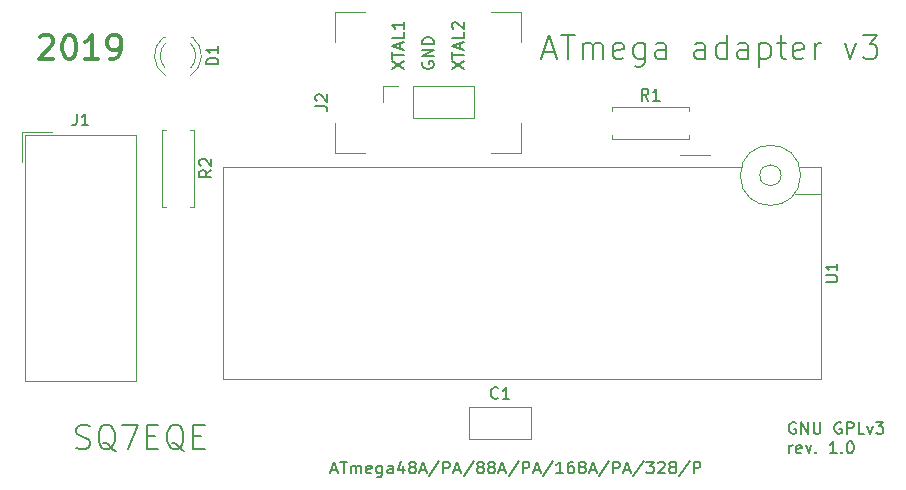
<source format=gbr>
G04 #@! TF.GenerationSoftware,KiCad,Pcbnew,5.1.4-3.fc30*
G04 #@! TF.CreationDate,2019-09-27T12:27:46+02:00*
G04 #@! TF.ProjectId,atmega_prog_adapter_v3,61746d65-6761-45f7-9072-6f675f616461,1.0*
G04 #@! TF.SameCoordinates,Original*
G04 #@! TF.FileFunction,Legend,Top*
G04 #@! TF.FilePolarity,Positive*
%FSLAX46Y46*%
G04 Gerber Fmt 4.6, Leading zero omitted, Abs format (unit mm)*
G04 Created by KiCad (PCBNEW 5.1.4-3.fc30) date 2019-09-27 12:27:46*
%MOMM*%
%LPD*%
G04 APERTURE LIST*
%ADD10C,0.150000*%
%ADD11C,0.300000*%
%ADD12C,0.200000*%
%ADD13C,0.120000*%
G04 APERTURE END LIST*
D10*
X124112976Y-123356666D02*
X124589166Y-123356666D01*
X124017738Y-123642380D02*
X124351071Y-122642380D01*
X124684404Y-123642380D01*
X124874880Y-122642380D02*
X125446309Y-122642380D01*
X125160595Y-123642380D02*
X125160595Y-122642380D01*
X125779642Y-123642380D02*
X125779642Y-122975714D01*
X125779642Y-123070952D02*
X125827261Y-123023333D01*
X125922500Y-122975714D01*
X126065357Y-122975714D01*
X126160595Y-123023333D01*
X126208214Y-123118571D01*
X126208214Y-123642380D01*
X126208214Y-123118571D02*
X126255833Y-123023333D01*
X126351071Y-122975714D01*
X126493928Y-122975714D01*
X126589166Y-123023333D01*
X126636785Y-123118571D01*
X126636785Y-123642380D01*
X127493928Y-123594761D02*
X127398690Y-123642380D01*
X127208214Y-123642380D01*
X127112976Y-123594761D01*
X127065357Y-123499523D01*
X127065357Y-123118571D01*
X127112976Y-123023333D01*
X127208214Y-122975714D01*
X127398690Y-122975714D01*
X127493928Y-123023333D01*
X127541547Y-123118571D01*
X127541547Y-123213809D01*
X127065357Y-123309047D01*
X128398690Y-122975714D02*
X128398690Y-123785238D01*
X128351071Y-123880476D01*
X128303452Y-123928095D01*
X128208214Y-123975714D01*
X128065357Y-123975714D01*
X127970119Y-123928095D01*
X128398690Y-123594761D02*
X128303452Y-123642380D01*
X128112976Y-123642380D01*
X128017738Y-123594761D01*
X127970119Y-123547142D01*
X127922500Y-123451904D01*
X127922500Y-123166190D01*
X127970119Y-123070952D01*
X128017738Y-123023333D01*
X128112976Y-122975714D01*
X128303452Y-122975714D01*
X128398690Y-123023333D01*
X129303452Y-123642380D02*
X129303452Y-123118571D01*
X129255833Y-123023333D01*
X129160595Y-122975714D01*
X128970119Y-122975714D01*
X128874880Y-123023333D01*
X129303452Y-123594761D02*
X129208214Y-123642380D01*
X128970119Y-123642380D01*
X128874880Y-123594761D01*
X128827261Y-123499523D01*
X128827261Y-123404285D01*
X128874880Y-123309047D01*
X128970119Y-123261428D01*
X129208214Y-123261428D01*
X129303452Y-123213809D01*
X130208214Y-122975714D02*
X130208214Y-123642380D01*
X129970119Y-122594761D02*
X129732023Y-123309047D01*
X130351071Y-123309047D01*
X130874880Y-123070952D02*
X130779642Y-123023333D01*
X130732023Y-122975714D01*
X130684404Y-122880476D01*
X130684404Y-122832857D01*
X130732023Y-122737619D01*
X130779642Y-122690000D01*
X130874880Y-122642380D01*
X131065357Y-122642380D01*
X131160595Y-122690000D01*
X131208214Y-122737619D01*
X131255833Y-122832857D01*
X131255833Y-122880476D01*
X131208214Y-122975714D01*
X131160595Y-123023333D01*
X131065357Y-123070952D01*
X130874880Y-123070952D01*
X130779642Y-123118571D01*
X130732023Y-123166190D01*
X130684404Y-123261428D01*
X130684404Y-123451904D01*
X130732023Y-123547142D01*
X130779642Y-123594761D01*
X130874880Y-123642380D01*
X131065357Y-123642380D01*
X131160595Y-123594761D01*
X131208214Y-123547142D01*
X131255833Y-123451904D01*
X131255833Y-123261428D01*
X131208214Y-123166190D01*
X131160595Y-123118571D01*
X131065357Y-123070952D01*
X131636785Y-123356666D02*
X132112976Y-123356666D01*
X131541547Y-123642380D02*
X131874880Y-122642380D01*
X132208214Y-123642380D01*
X133255833Y-122594761D02*
X132398690Y-123880476D01*
X133589166Y-123642380D02*
X133589166Y-122642380D01*
X133970119Y-122642380D01*
X134065357Y-122690000D01*
X134112976Y-122737619D01*
X134160595Y-122832857D01*
X134160595Y-122975714D01*
X134112976Y-123070952D01*
X134065357Y-123118571D01*
X133970119Y-123166190D01*
X133589166Y-123166190D01*
X134541547Y-123356666D02*
X135017738Y-123356666D01*
X134446309Y-123642380D02*
X134779642Y-122642380D01*
X135112976Y-123642380D01*
X136160595Y-122594761D02*
X135303452Y-123880476D01*
X136636785Y-123070952D02*
X136541547Y-123023333D01*
X136493928Y-122975714D01*
X136446309Y-122880476D01*
X136446309Y-122832857D01*
X136493928Y-122737619D01*
X136541547Y-122690000D01*
X136636785Y-122642380D01*
X136827261Y-122642380D01*
X136922500Y-122690000D01*
X136970119Y-122737619D01*
X137017738Y-122832857D01*
X137017738Y-122880476D01*
X136970119Y-122975714D01*
X136922500Y-123023333D01*
X136827261Y-123070952D01*
X136636785Y-123070952D01*
X136541547Y-123118571D01*
X136493928Y-123166190D01*
X136446309Y-123261428D01*
X136446309Y-123451904D01*
X136493928Y-123547142D01*
X136541547Y-123594761D01*
X136636785Y-123642380D01*
X136827261Y-123642380D01*
X136922500Y-123594761D01*
X136970119Y-123547142D01*
X137017738Y-123451904D01*
X137017738Y-123261428D01*
X136970119Y-123166190D01*
X136922500Y-123118571D01*
X136827261Y-123070952D01*
X137589166Y-123070952D02*
X137493928Y-123023333D01*
X137446309Y-122975714D01*
X137398690Y-122880476D01*
X137398690Y-122832857D01*
X137446309Y-122737619D01*
X137493928Y-122690000D01*
X137589166Y-122642380D01*
X137779642Y-122642380D01*
X137874880Y-122690000D01*
X137922500Y-122737619D01*
X137970119Y-122832857D01*
X137970119Y-122880476D01*
X137922500Y-122975714D01*
X137874880Y-123023333D01*
X137779642Y-123070952D01*
X137589166Y-123070952D01*
X137493928Y-123118571D01*
X137446309Y-123166190D01*
X137398690Y-123261428D01*
X137398690Y-123451904D01*
X137446309Y-123547142D01*
X137493928Y-123594761D01*
X137589166Y-123642380D01*
X137779642Y-123642380D01*
X137874880Y-123594761D01*
X137922500Y-123547142D01*
X137970119Y-123451904D01*
X137970119Y-123261428D01*
X137922500Y-123166190D01*
X137874880Y-123118571D01*
X137779642Y-123070952D01*
X138351071Y-123356666D02*
X138827261Y-123356666D01*
X138255833Y-123642380D02*
X138589166Y-122642380D01*
X138922500Y-123642380D01*
X139970119Y-122594761D02*
X139112976Y-123880476D01*
X140303452Y-123642380D02*
X140303452Y-122642380D01*
X140684404Y-122642380D01*
X140779642Y-122690000D01*
X140827261Y-122737619D01*
X140874880Y-122832857D01*
X140874880Y-122975714D01*
X140827261Y-123070952D01*
X140779642Y-123118571D01*
X140684404Y-123166190D01*
X140303452Y-123166190D01*
X141255833Y-123356666D02*
X141732023Y-123356666D01*
X141160595Y-123642380D02*
X141493928Y-122642380D01*
X141827261Y-123642380D01*
X142874880Y-122594761D02*
X142017738Y-123880476D01*
X143732023Y-123642380D02*
X143160595Y-123642380D01*
X143446309Y-123642380D02*
X143446309Y-122642380D01*
X143351071Y-122785238D01*
X143255833Y-122880476D01*
X143160595Y-122928095D01*
X144589166Y-122642380D02*
X144398690Y-122642380D01*
X144303452Y-122690000D01*
X144255833Y-122737619D01*
X144160595Y-122880476D01*
X144112976Y-123070952D01*
X144112976Y-123451904D01*
X144160595Y-123547142D01*
X144208214Y-123594761D01*
X144303452Y-123642380D01*
X144493928Y-123642380D01*
X144589166Y-123594761D01*
X144636785Y-123547142D01*
X144684404Y-123451904D01*
X144684404Y-123213809D01*
X144636785Y-123118571D01*
X144589166Y-123070952D01*
X144493928Y-123023333D01*
X144303452Y-123023333D01*
X144208214Y-123070952D01*
X144160595Y-123118571D01*
X144112976Y-123213809D01*
X145255833Y-123070952D02*
X145160595Y-123023333D01*
X145112976Y-122975714D01*
X145065357Y-122880476D01*
X145065357Y-122832857D01*
X145112976Y-122737619D01*
X145160595Y-122690000D01*
X145255833Y-122642380D01*
X145446309Y-122642380D01*
X145541547Y-122690000D01*
X145589166Y-122737619D01*
X145636785Y-122832857D01*
X145636785Y-122880476D01*
X145589166Y-122975714D01*
X145541547Y-123023333D01*
X145446309Y-123070952D01*
X145255833Y-123070952D01*
X145160595Y-123118571D01*
X145112976Y-123166190D01*
X145065357Y-123261428D01*
X145065357Y-123451904D01*
X145112976Y-123547142D01*
X145160595Y-123594761D01*
X145255833Y-123642380D01*
X145446309Y-123642380D01*
X145541547Y-123594761D01*
X145589166Y-123547142D01*
X145636785Y-123451904D01*
X145636785Y-123261428D01*
X145589166Y-123166190D01*
X145541547Y-123118571D01*
X145446309Y-123070952D01*
X146017738Y-123356666D02*
X146493928Y-123356666D01*
X145922500Y-123642380D02*
X146255833Y-122642380D01*
X146589166Y-123642380D01*
X147636785Y-122594761D02*
X146779642Y-123880476D01*
X147970119Y-123642380D02*
X147970119Y-122642380D01*
X148351071Y-122642380D01*
X148446309Y-122690000D01*
X148493928Y-122737619D01*
X148541547Y-122832857D01*
X148541547Y-122975714D01*
X148493928Y-123070952D01*
X148446309Y-123118571D01*
X148351071Y-123166190D01*
X147970119Y-123166190D01*
X148922500Y-123356666D02*
X149398690Y-123356666D01*
X148827261Y-123642380D02*
X149160595Y-122642380D01*
X149493928Y-123642380D01*
X150541547Y-122594761D02*
X149684404Y-123880476D01*
X150779642Y-122642380D02*
X151398690Y-122642380D01*
X151065357Y-123023333D01*
X151208214Y-123023333D01*
X151303452Y-123070952D01*
X151351071Y-123118571D01*
X151398690Y-123213809D01*
X151398690Y-123451904D01*
X151351071Y-123547142D01*
X151303452Y-123594761D01*
X151208214Y-123642380D01*
X150922500Y-123642380D01*
X150827261Y-123594761D01*
X150779642Y-123547142D01*
X151779642Y-122737619D02*
X151827261Y-122690000D01*
X151922500Y-122642380D01*
X152160595Y-122642380D01*
X152255833Y-122690000D01*
X152303452Y-122737619D01*
X152351071Y-122832857D01*
X152351071Y-122928095D01*
X152303452Y-123070952D01*
X151732023Y-123642380D01*
X152351071Y-123642380D01*
X152922500Y-123070952D02*
X152827261Y-123023333D01*
X152779642Y-122975714D01*
X152732023Y-122880476D01*
X152732023Y-122832857D01*
X152779642Y-122737619D01*
X152827261Y-122690000D01*
X152922500Y-122642380D01*
X153112976Y-122642380D01*
X153208214Y-122690000D01*
X153255833Y-122737619D01*
X153303452Y-122832857D01*
X153303452Y-122880476D01*
X153255833Y-122975714D01*
X153208214Y-123023333D01*
X153112976Y-123070952D01*
X152922500Y-123070952D01*
X152827261Y-123118571D01*
X152779642Y-123166190D01*
X152732023Y-123261428D01*
X152732023Y-123451904D01*
X152779642Y-123547142D01*
X152827261Y-123594761D01*
X152922500Y-123642380D01*
X153112976Y-123642380D01*
X153208214Y-123594761D01*
X153255833Y-123547142D01*
X153303452Y-123451904D01*
X153303452Y-123261428D01*
X153255833Y-123166190D01*
X153208214Y-123118571D01*
X153112976Y-123070952D01*
X154446309Y-122594761D02*
X153589166Y-123880476D01*
X154779642Y-123642380D02*
X154779642Y-122642380D01*
X155160595Y-122642380D01*
X155255833Y-122690000D01*
X155303452Y-122737619D01*
X155351071Y-122832857D01*
X155351071Y-122975714D01*
X155303452Y-123070952D01*
X155255833Y-123118571D01*
X155160595Y-123166190D01*
X154779642Y-123166190D01*
D11*
X99441428Y-86725238D02*
X99536666Y-86630000D01*
X99727142Y-86534761D01*
X100203333Y-86534761D01*
X100393809Y-86630000D01*
X100489047Y-86725238D01*
X100584285Y-86915714D01*
X100584285Y-87106190D01*
X100489047Y-87391904D01*
X99346190Y-88534761D01*
X100584285Y-88534761D01*
X101822380Y-86534761D02*
X102012857Y-86534761D01*
X102203333Y-86630000D01*
X102298571Y-86725238D01*
X102393809Y-86915714D01*
X102489047Y-87296666D01*
X102489047Y-87772857D01*
X102393809Y-88153809D01*
X102298571Y-88344285D01*
X102203333Y-88439523D01*
X102012857Y-88534761D01*
X101822380Y-88534761D01*
X101631904Y-88439523D01*
X101536666Y-88344285D01*
X101441428Y-88153809D01*
X101346190Y-87772857D01*
X101346190Y-87296666D01*
X101441428Y-86915714D01*
X101536666Y-86725238D01*
X101631904Y-86630000D01*
X101822380Y-86534761D01*
X104393809Y-88534761D02*
X103250952Y-88534761D01*
X103822380Y-88534761D02*
X103822380Y-86534761D01*
X103631904Y-86820476D01*
X103441428Y-87010952D01*
X103250952Y-87106190D01*
X105346190Y-88534761D02*
X105727142Y-88534761D01*
X105917619Y-88439523D01*
X106012857Y-88344285D01*
X106203333Y-88058571D01*
X106298571Y-87677619D01*
X106298571Y-86915714D01*
X106203333Y-86725238D01*
X106108095Y-86630000D01*
X105917619Y-86534761D01*
X105536666Y-86534761D01*
X105346190Y-86630000D01*
X105250952Y-86725238D01*
X105155714Y-86915714D01*
X105155714Y-87391904D01*
X105250952Y-87582380D01*
X105346190Y-87677619D01*
X105536666Y-87772857D01*
X105917619Y-87772857D01*
X106108095Y-87677619D01*
X106203333Y-87582380D01*
X106298571Y-87391904D01*
D10*
X163419404Y-119325000D02*
X163324166Y-119277380D01*
X163181309Y-119277380D01*
X163038452Y-119325000D01*
X162943214Y-119420238D01*
X162895595Y-119515476D01*
X162847976Y-119705952D01*
X162847976Y-119848809D01*
X162895595Y-120039285D01*
X162943214Y-120134523D01*
X163038452Y-120229761D01*
X163181309Y-120277380D01*
X163276547Y-120277380D01*
X163419404Y-120229761D01*
X163467023Y-120182142D01*
X163467023Y-119848809D01*
X163276547Y-119848809D01*
X163895595Y-120277380D02*
X163895595Y-119277380D01*
X164467023Y-120277380D01*
X164467023Y-119277380D01*
X164943214Y-119277380D02*
X164943214Y-120086904D01*
X164990833Y-120182142D01*
X165038452Y-120229761D01*
X165133690Y-120277380D01*
X165324166Y-120277380D01*
X165419404Y-120229761D01*
X165467023Y-120182142D01*
X165514642Y-120086904D01*
X165514642Y-119277380D01*
X167276547Y-119325000D02*
X167181309Y-119277380D01*
X167038452Y-119277380D01*
X166895595Y-119325000D01*
X166800357Y-119420238D01*
X166752738Y-119515476D01*
X166705119Y-119705952D01*
X166705119Y-119848809D01*
X166752738Y-120039285D01*
X166800357Y-120134523D01*
X166895595Y-120229761D01*
X167038452Y-120277380D01*
X167133690Y-120277380D01*
X167276547Y-120229761D01*
X167324166Y-120182142D01*
X167324166Y-119848809D01*
X167133690Y-119848809D01*
X167752738Y-120277380D02*
X167752738Y-119277380D01*
X168133690Y-119277380D01*
X168228928Y-119325000D01*
X168276547Y-119372619D01*
X168324166Y-119467857D01*
X168324166Y-119610714D01*
X168276547Y-119705952D01*
X168228928Y-119753571D01*
X168133690Y-119801190D01*
X167752738Y-119801190D01*
X169228928Y-120277380D02*
X168752738Y-120277380D01*
X168752738Y-119277380D01*
X169467023Y-119610714D02*
X169705119Y-120277380D01*
X169943214Y-119610714D01*
X170228928Y-119277380D02*
X170847976Y-119277380D01*
X170514642Y-119658333D01*
X170657500Y-119658333D01*
X170752738Y-119705952D01*
X170800357Y-119753571D01*
X170847976Y-119848809D01*
X170847976Y-120086904D01*
X170800357Y-120182142D01*
X170752738Y-120229761D01*
X170657500Y-120277380D01*
X170371785Y-120277380D01*
X170276547Y-120229761D01*
X170228928Y-120182142D01*
X162895595Y-121927380D02*
X162895595Y-121260714D01*
X162895595Y-121451190D02*
X162943214Y-121355952D01*
X162990833Y-121308333D01*
X163086071Y-121260714D01*
X163181309Y-121260714D01*
X163895595Y-121879761D02*
X163800357Y-121927380D01*
X163609880Y-121927380D01*
X163514642Y-121879761D01*
X163467023Y-121784523D01*
X163467023Y-121403571D01*
X163514642Y-121308333D01*
X163609880Y-121260714D01*
X163800357Y-121260714D01*
X163895595Y-121308333D01*
X163943214Y-121403571D01*
X163943214Y-121498809D01*
X163467023Y-121594047D01*
X164276547Y-121260714D02*
X164514642Y-121927380D01*
X164752738Y-121260714D01*
X165133690Y-121832142D02*
X165181309Y-121879761D01*
X165133690Y-121927380D01*
X165086071Y-121879761D01*
X165133690Y-121832142D01*
X165133690Y-121927380D01*
X166895595Y-121927380D02*
X166324166Y-121927380D01*
X166609880Y-121927380D02*
X166609880Y-120927380D01*
X166514642Y-121070238D01*
X166419404Y-121165476D01*
X166324166Y-121213095D01*
X167324166Y-121832142D02*
X167371785Y-121879761D01*
X167324166Y-121927380D01*
X167276547Y-121879761D01*
X167324166Y-121832142D01*
X167324166Y-121927380D01*
X167990833Y-120927380D02*
X168086071Y-120927380D01*
X168181309Y-120975000D01*
X168228928Y-121022619D01*
X168276547Y-121117857D01*
X168324166Y-121308333D01*
X168324166Y-121546428D01*
X168276547Y-121736904D01*
X168228928Y-121832142D01*
X168181309Y-121879761D01*
X168086071Y-121927380D01*
X167990833Y-121927380D01*
X167895595Y-121879761D01*
X167847976Y-121832142D01*
X167800357Y-121736904D01*
X167752738Y-121546428D01*
X167752738Y-121308333D01*
X167800357Y-121117857D01*
X167847976Y-121022619D01*
X167895595Y-120975000D01*
X167990833Y-120927380D01*
D12*
X102521428Y-121459523D02*
X102807142Y-121554761D01*
X103283333Y-121554761D01*
X103473809Y-121459523D01*
X103569047Y-121364285D01*
X103664285Y-121173809D01*
X103664285Y-120983333D01*
X103569047Y-120792857D01*
X103473809Y-120697619D01*
X103283333Y-120602380D01*
X102902380Y-120507142D01*
X102711904Y-120411904D01*
X102616666Y-120316666D01*
X102521428Y-120126190D01*
X102521428Y-119935714D01*
X102616666Y-119745238D01*
X102711904Y-119650000D01*
X102902380Y-119554761D01*
X103378571Y-119554761D01*
X103664285Y-119650000D01*
X105854761Y-121745238D02*
X105664285Y-121650000D01*
X105473809Y-121459523D01*
X105188095Y-121173809D01*
X104997619Y-121078571D01*
X104807142Y-121078571D01*
X104902380Y-121554761D02*
X104711904Y-121459523D01*
X104521428Y-121269047D01*
X104426190Y-120888095D01*
X104426190Y-120221428D01*
X104521428Y-119840476D01*
X104711904Y-119650000D01*
X104902380Y-119554761D01*
X105283333Y-119554761D01*
X105473809Y-119650000D01*
X105664285Y-119840476D01*
X105759523Y-120221428D01*
X105759523Y-120888095D01*
X105664285Y-121269047D01*
X105473809Y-121459523D01*
X105283333Y-121554761D01*
X104902380Y-121554761D01*
X106426190Y-119554761D02*
X107759523Y-119554761D01*
X106902380Y-121554761D01*
X108521428Y-120507142D02*
X109188095Y-120507142D01*
X109473809Y-121554761D02*
X108521428Y-121554761D01*
X108521428Y-119554761D01*
X109473809Y-119554761D01*
X111664285Y-121745238D02*
X111473809Y-121650000D01*
X111283333Y-121459523D01*
X110997619Y-121173809D01*
X110807142Y-121078571D01*
X110616666Y-121078571D01*
X110711904Y-121554761D02*
X110521428Y-121459523D01*
X110330952Y-121269047D01*
X110235714Y-120888095D01*
X110235714Y-120221428D01*
X110330952Y-119840476D01*
X110521428Y-119650000D01*
X110711904Y-119554761D01*
X111092857Y-119554761D01*
X111283333Y-119650000D01*
X111473809Y-119840476D01*
X111569047Y-120221428D01*
X111569047Y-120888095D01*
X111473809Y-121269047D01*
X111283333Y-121459523D01*
X111092857Y-121554761D01*
X110711904Y-121554761D01*
X112426190Y-120507142D02*
X113092857Y-120507142D01*
X113378571Y-121554761D02*
X112426190Y-121554761D01*
X112426190Y-119554761D01*
X113378571Y-119554761D01*
X142067142Y-87963333D02*
X143019523Y-87963333D01*
X141876666Y-88534761D02*
X142543333Y-86534761D01*
X143210000Y-88534761D01*
X143590952Y-86534761D02*
X144733809Y-86534761D01*
X144162380Y-88534761D02*
X144162380Y-86534761D01*
X145400476Y-88534761D02*
X145400476Y-87201428D01*
X145400476Y-87391904D02*
X145495714Y-87296666D01*
X145686190Y-87201428D01*
X145971904Y-87201428D01*
X146162380Y-87296666D01*
X146257619Y-87487142D01*
X146257619Y-88534761D01*
X146257619Y-87487142D02*
X146352857Y-87296666D01*
X146543333Y-87201428D01*
X146829047Y-87201428D01*
X147019523Y-87296666D01*
X147114761Y-87487142D01*
X147114761Y-88534761D01*
X148829047Y-88439523D02*
X148638571Y-88534761D01*
X148257619Y-88534761D01*
X148067142Y-88439523D01*
X147971904Y-88249047D01*
X147971904Y-87487142D01*
X148067142Y-87296666D01*
X148257619Y-87201428D01*
X148638571Y-87201428D01*
X148829047Y-87296666D01*
X148924285Y-87487142D01*
X148924285Y-87677619D01*
X147971904Y-87868095D01*
X150638571Y-87201428D02*
X150638571Y-88820476D01*
X150543333Y-89010952D01*
X150448095Y-89106190D01*
X150257619Y-89201428D01*
X149971904Y-89201428D01*
X149781428Y-89106190D01*
X150638571Y-88439523D02*
X150448095Y-88534761D01*
X150067142Y-88534761D01*
X149876666Y-88439523D01*
X149781428Y-88344285D01*
X149686190Y-88153809D01*
X149686190Y-87582380D01*
X149781428Y-87391904D01*
X149876666Y-87296666D01*
X150067142Y-87201428D01*
X150448095Y-87201428D01*
X150638571Y-87296666D01*
X152448095Y-88534761D02*
X152448095Y-87487142D01*
X152352857Y-87296666D01*
X152162380Y-87201428D01*
X151781428Y-87201428D01*
X151590952Y-87296666D01*
X152448095Y-88439523D02*
X152257619Y-88534761D01*
X151781428Y-88534761D01*
X151590952Y-88439523D01*
X151495714Y-88249047D01*
X151495714Y-88058571D01*
X151590952Y-87868095D01*
X151781428Y-87772857D01*
X152257619Y-87772857D01*
X152448095Y-87677619D01*
X155781428Y-88534761D02*
X155781428Y-87487142D01*
X155686190Y-87296666D01*
X155495714Y-87201428D01*
X155114761Y-87201428D01*
X154924285Y-87296666D01*
X155781428Y-88439523D02*
X155590952Y-88534761D01*
X155114761Y-88534761D01*
X154924285Y-88439523D01*
X154829047Y-88249047D01*
X154829047Y-88058571D01*
X154924285Y-87868095D01*
X155114761Y-87772857D01*
X155590952Y-87772857D01*
X155781428Y-87677619D01*
X157590952Y-88534761D02*
X157590952Y-86534761D01*
X157590952Y-88439523D02*
X157400476Y-88534761D01*
X157019523Y-88534761D01*
X156829047Y-88439523D01*
X156733809Y-88344285D01*
X156638571Y-88153809D01*
X156638571Y-87582380D01*
X156733809Y-87391904D01*
X156829047Y-87296666D01*
X157019523Y-87201428D01*
X157400476Y-87201428D01*
X157590952Y-87296666D01*
X159400476Y-88534761D02*
X159400476Y-87487142D01*
X159305238Y-87296666D01*
X159114761Y-87201428D01*
X158733809Y-87201428D01*
X158543333Y-87296666D01*
X159400476Y-88439523D02*
X159210000Y-88534761D01*
X158733809Y-88534761D01*
X158543333Y-88439523D01*
X158448095Y-88249047D01*
X158448095Y-88058571D01*
X158543333Y-87868095D01*
X158733809Y-87772857D01*
X159210000Y-87772857D01*
X159400476Y-87677619D01*
X160352857Y-87201428D02*
X160352857Y-89201428D01*
X160352857Y-87296666D02*
X160543333Y-87201428D01*
X160924285Y-87201428D01*
X161114761Y-87296666D01*
X161210000Y-87391904D01*
X161305238Y-87582380D01*
X161305238Y-88153809D01*
X161210000Y-88344285D01*
X161114761Y-88439523D01*
X160924285Y-88534761D01*
X160543333Y-88534761D01*
X160352857Y-88439523D01*
X161876666Y-87201428D02*
X162638571Y-87201428D01*
X162162380Y-86534761D02*
X162162380Y-88249047D01*
X162257619Y-88439523D01*
X162448095Y-88534761D01*
X162638571Y-88534761D01*
X164067142Y-88439523D02*
X163876666Y-88534761D01*
X163495714Y-88534761D01*
X163305238Y-88439523D01*
X163210000Y-88249047D01*
X163210000Y-87487142D01*
X163305238Y-87296666D01*
X163495714Y-87201428D01*
X163876666Y-87201428D01*
X164067142Y-87296666D01*
X164162380Y-87487142D01*
X164162380Y-87677619D01*
X163210000Y-87868095D01*
X165019523Y-88534761D02*
X165019523Y-87201428D01*
X165019523Y-87582380D02*
X165114761Y-87391904D01*
X165210000Y-87296666D01*
X165400476Y-87201428D01*
X165590952Y-87201428D01*
X167590952Y-87201428D02*
X168067142Y-88534761D01*
X168543333Y-87201428D01*
X169114761Y-86534761D02*
X170352857Y-86534761D01*
X169686190Y-87296666D01*
X169971904Y-87296666D01*
X170162380Y-87391904D01*
X170257619Y-87487142D01*
X170352857Y-87677619D01*
X170352857Y-88153809D01*
X170257619Y-88344285D01*
X170162380Y-88439523D01*
X169971904Y-88534761D01*
X169400476Y-88534761D01*
X169210000Y-88439523D01*
X169114761Y-88344285D01*
D13*
X127000000Y-96520000D02*
X124460000Y-96520000D01*
X124460000Y-96520000D02*
X124460000Y-93980000D01*
X140208000Y-84582000D02*
X137668000Y-84582000D01*
X140208000Y-87122000D02*
X140208000Y-84582000D01*
X140208000Y-96520000D02*
X137668000Y-96520000D01*
X140208000Y-96520000D02*
X140208000Y-93980000D01*
X127000000Y-84582000D02*
X124460000Y-84582000D01*
X124460000Y-87122000D02*
X124460000Y-84582000D01*
X128464000Y-92202000D02*
X128464000Y-90872000D01*
X128464000Y-90872000D02*
X129794000Y-90872000D01*
X131064000Y-90872000D02*
X136204000Y-90872000D01*
X136204000Y-93532000D02*
X136204000Y-90872000D01*
X131064000Y-93532000D02*
X136204000Y-93532000D01*
X131064000Y-93532000D02*
X131064000Y-90872000D01*
X141030000Y-118010000D02*
X141030000Y-120750000D01*
X135790000Y-118010000D02*
X135790000Y-120750000D01*
X135790000Y-120750000D02*
X141030000Y-120750000D01*
X135790000Y-118010000D02*
X141030000Y-118010000D01*
X110045000Y-86705000D02*
X109889000Y-86705000D01*
X112361000Y-86705000D02*
X112205000Y-86705000D01*
X110045163Y-89306130D02*
G75*
G02X110045000Y-87224039I1079837J1041130D01*
G01*
X112204837Y-89306130D02*
G75*
G03X112205000Y-87224039I-1079837J1041130D01*
G01*
X110046392Y-89937335D02*
G75*
G02X109889484Y-86705000I1078608J1672335D01*
G01*
X112203608Y-89937335D02*
G75*
G03X112360516Y-86705000I-1078608J1672335D01*
G01*
X97945000Y-94730000D02*
X100485000Y-94730000D01*
X97945000Y-94730000D02*
X97945000Y-97270000D01*
X98195000Y-94980000D02*
X107545000Y-94980000D01*
X98195000Y-115840000D02*
X98195000Y-94980000D01*
X107545000Y-115840000D02*
X98195000Y-115840000D01*
X107545000Y-94980000D02*
X107545000Y-115840000D01*
X154400000Y-95350000D02*
X154400000Y-95020000D01*
X147860000Y-95350000D02*
X154400000Y-95350000D01*
X147860000Y-95020000D02*
X147860000Y-95350000D01*
X154400000Y-92610000D02*
X154400000Y-92940000D01*
X147860000Y-92610000D02*
X154400000Y-92610000D01*
X147860000Y-92940000D02*
X147860000Y-92610000D01*
X109755000Y-101060000D02*
X110085000Y-101060000D01*
X109755000Y-94520000D02*
X109755000Y-101060000D01*
X110085000Y-94520000D02*
X109755000Y-94520000D01*
X112495000Y-101060000D02*
X112165000Y-101060000D01*
X112495000Y-94520000D02*
X112495000Y-101060000D01*
X112165000Y-94520000D02*
X112495000Y-94520000D01*
X153670000Y-96650000D02*
X156210000Y-96650000D01*
X165600000Y-99950000D02*
X163340000Y-99950000D01*
X165600000Y-97680000D02*
X163740000Y-97680000D01*
X165600000Y-115680000D02*
X165600000Y-97680000D01*
X114900000Y-115680000D02*
X165600000Y-115680000D01*
X114900000Y-97680000D02*
X114900000Y-115680000D01*
X158840000Y-97680000D02*
X114900000Y-97680000D01*
X162190000Y-98400000D02*
G75*
G03X162190000Y-98400000I-900000J0D01*
G01*
X163840000Y-98400000D02*
G75*
G03X163840000Y-98400000I-2550000J0D01*
G01*
D10*
X122769380Y-92535333D02*
X123483666Y-92535333D01*
X123626523Y-92582952D01*
X123721761Y-92678190D01*
X123769380Y-92821047D01*
X123769380Y-92916285D01*
X122864619Y-92106761D02*
X122817000Y-92059142D01*
X122769380Y-91963904D01*
X122769380Y-91725809D01*
X122817000Y-91630571D01*
X122864619Y-91582952D01*
X122959857Y-91535333D01*
X123055095Y-91535333D01*
X123197952Y-91582952D01*
X123769380Y-92154380D01*
X123769380Y-91535333D01*
X131834000Y-88802595D02*
X131786380Y-88897833D01*
X131786380Y-89040690D01*
X131834000Y-89183547D01*
X131929238Y-89278785D01*
X132024476Y-89326404D01*
X132214952Y-89374023D01*
X132357809Y-89374023D01*
X132548285Y-89326404D01*
X132643523Y-89278785D01*
X132738761Y-89183547D01*
X132786380Y-89040690D01*
X132786380Y-88945452D01*
X132738761Y-88802595D01*
X132691142Y-88754976D01*
X132357809Y-88754976D01*
X132357809Y-88945452D01*
X132786380Y-88326404D02*
X131786380Y-88326404D01*
X132786380Y-87754976D01*
X131786380Y-87754976D01*
X132786380Y-87278785D02*
X131786380Y-87278785D01*
X131786380Y-87040690D01*
X131834000Y-86897833D01*
X131929238Y-86802595D01*
X132024476Y-86754976D01*
X132214952Y-86707357D01*
X132357809Y-86707357D01*
X132548285Y-86754976D01*
X132643523Y-86802595D01*
X132738761Y-86897833D01*
X132786380Y-87040690D01*
X132786380Y-87278785D01*
X134326380Y-89421642D02*
X135326380Y-88754976D01*
X134326380Y-88754976D02*
X135326380Y-89421642D01*
X134326380Y-88516880D02*
X134326380Y-87945452D01*
X135326380Y-88231166D02*
X134326380Y-88231166D01*
X135040666Y-87659738D02*
X135040666Y-87183547D01*
X135326380Y-87754976D02*
X134326380Y-87421642D01*
X135326380Y-87088309D01*
X135326380Y-86278785D02*
X135326380Y-86754976D01*
X134326380Y-86754976D01*
X134421619Y-85993071D02*
X134374000Y-85945452D01*
X134326380Y-85850214D01*
X134326380Y-85612119D01*
X134374000Y-85516880D01*
X134421619Y-85469261D01*
X134516857Y-85421642D01*
X134612095Y-85421642D01*
X134754952Y-85469261D01*
X135326380Y-86040690D01*
X135326380Y-85421642D01*
X129246380Y-89421642D02*
X130246380Y-88754976D01*
X129246380Y-88754976D02*
X130246380Y-89421642D01*
X129246380Y-88516880D02*
X129246380Y-87945452D01*
X130246380Y-88231166D02*
X129246380Y-88231166D01*
X129960666Y-87659738D02*
X129960666Y-87183547D01*
X130246380Y-87754976D02*
X129246380Y-87421642D01*
X130246380Y-87088309D01*
X130246380Y-86278785D02*
X130246380Y-86754976D01*
X129246380Y-86754976D01*
X130246380Y-85421642D02*
X130246380Y-85993071D01*
X130246380Y-85707357D02*
X129246380Y-85707357D01*
X129389238Y-85802595D01*
X129484476Y-85897833D01*
X129532095Y-85993071D01*
X138243333Y-117237142D02*
X138195714Y-117284761D01*
X138052857Y-117332380D01*
X137957619Y-117332380D01*
X137814761Y-117284761D01*
X137719523Y-117189523D01*
X137671904Y-117094285D01*
X137624285Y-116903809D01*
X137624285Y-116760952D01*
X137671904Y-116570476D01*
X137719523Y-116475238D01*
X137814761Y-116380000D01*
X137957619Y-116332380D01*
X138052857Y-116332380D01*
X138195714Y-116380000D01*
X138243333Y-116427619D01*
X139195714Y-117332380D02*
X138624285Y-117332380D01*
X138910000Y-117332380D02*
X138910000Y-116332380D01*
X138814761Y-116475238D01*
X138719523Y-116570476D01*
X138624285Y-116618095D01*
X114537380Y-89003095D02*
X113537380Y-89003095D01*
X113537380Y-88765000D01*
X113585000Y-88622142D01*
X113680238Y-88526904D01*
X113775476Y-88479285D01*
X113965952Y-88431666D01*
X114108809Y-88431666D01*
X114299285Y-88479285D01*
X114394523Y-88526904D01*
X114489761Y-88622142D01*
X114537380Y-88765000D01*
X114537380Y-89003095D01*
X114537380Y-87479285D02*
X114537380Y-88050714D01*
X114537380Y-87765000D02*
X113537380Y-87765000D01*
X113680238Y-87860238D01*
X113775476Y-87955476D01*
X113823095Y-88050714D01*
X102536666Y-93178380D02*
X102536666Y-93892666D01*
X102489047Y-94035523D01*
X102393809Y-94130761D01*
X102250952Y-94178380D01*
X102155714Y-94178380D01*
X103536666Y-94178380D02*
X102965238Y-94178380D01*
X103250952Y-94178380D02*
X103250952Y-93178380D01*
X103155714Y-93321238D01*
X103060476Y-93416476D01*
X102965238Y-93464095D01*
X150963333Y-92062380D02*
X150630000Y-91586190D01*
X150391904Y-92062380D02*
X150391904Y-91062380D01*
X150772857Y-91062380D01*
X150868095Y-91110000D01*
X150915714Y-91157619D01*
X150963333Y-91252857D01*
X150963333Y-91395714D01*
X150915714Y-91490952D01*
X150868095Y-91538571D01*
X150772857Y-91586190D01*
X150391904Y-91586190D01*
X151915714Y-92062380D02*
X151344285Y-92062380D01*
X151630000Y-92062380D02*
X151630000Y-91062380D01*
X151534761Y-91205238D01*
X151439523Y-91300476D01*
X151344285Y-91348095D01*
X113947380Y-97956666D02*
X113471190Y-98290000D01*
X113947380Y-98528095D02*
X112947380Y-98528095D01*
X112947380Y-98147142D01*
X112995000Y-98051904D01*
X113042619Y-98004285D01*
X113137857Y-97956666D01*
X113280714Y-97956666D01*
X113375952Y-98004285D01*
X113423571Y-98051904D01*
X113471190Y-98147142D01*
X113471190Y-98528095D01*
X113042619Y-97575714D02*
X112995000Y-97528095D01*
X112947380Y-97432857D01*
X112947380Y-97194761D01*
X112995000Y-97099523D01*
X113042619Y-97051904D01*
X113137857Y-97004285D01*
X113233095Y-97004285D01*
X113375952Y-97051904D01*
X113947380Y-97623333D01*
X113947380Y-97004285D01*
X165952380Y-107441904D02*
X166761904Y-107441904D01*
X166857142Y-107394285D01*
X166904761Y-107346666D01*
X166952380Y-107251428D01*
X166952380Y-107060952D01*
X166904761Y-106965714D01*
X166857142Y-106918095D01*
X166761904Y-106870476D01*
X165952380Y-106870476D01*
X166952380Y-105870476D02*
X166952380Y-106441904D01*
X166952380Y-106156190D02*
X165952380Y-106156190D01*
X166095238Y-106251428D01*
X166190476Y-106346666D01*
X166238095Y-106441904D01*
M02*

</source>
